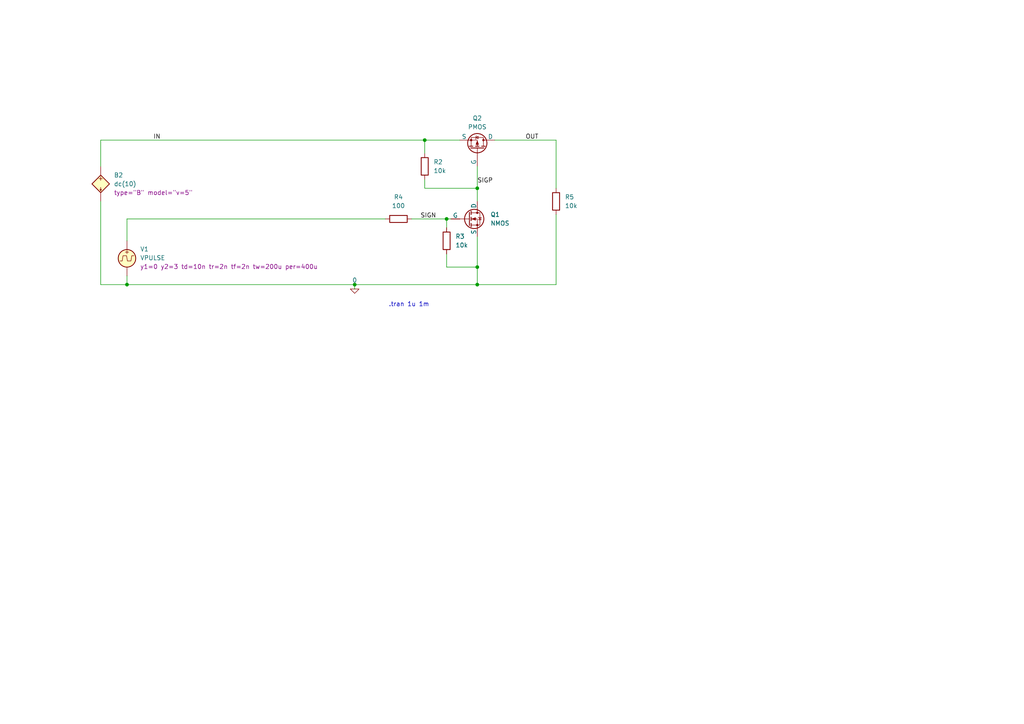
<source format=kicad_sch>
(kicad_sch (version 20231120) (generator "eeschema") (generator_version "8.0")
  (paper "A4")
  (lib_symbols
    (symbol "Device:R" (pin_numbers hide) (pin_names (offset 0))
      (property "Reference" "R" (at 2.032 0 90))
      (property "Value" "R" (at 0 0 90))
      (symbol "R_0_1"
        (rectangle (start -1.016 -2.54) (end 1.016 2.54) (stroke (width 0.254)))
      )
      (symbol "R_1_1"
        (pin passive line (at 0 3.81 270) (length 1.27) (name "~") (number "1"))
        (pin passive line (at 0 -3.81 90) (length 1.27) (name "~") (number "2"))
      )
    )
    (symbol "Simulation_SPICE:0" (power) (pin_numbers hide) (pin_names (offset 0) hide)
      (property "Value" "0" (at 0 -2.54 0))
      (symbol "0_0_1"
        (polyline (pts (xy -1.27 0) (xy 0 -1.27) (xy 1.27 0) (xy -1.27 0)))
      )
      (symbol "0_1_1"
        (pin power_in line (at 0 0 0) (length 0) (name "~") (number "1"))
      )
    )
    (symbol "Simulation_SPICE:BSOURCE" (pin_numbers hide) (pin_names (offset 1.016) hide)
      (property "Reference" "B" (at 2.54 2.54 0))
      (property "Value" "BSOURCE" (at 2.54 0 0))
      (property "Sim.Params" "type=\"B\" model=\"v=1\"" (at 2.54 -2.54 0))
      (symbol "BSOURCE_0_1"
        (polyline (pts (xy 0 -1.016) (xy 0 -2.032)))
        (polyline (pts (xy 0.254 -1.524) (xy 0 -2.032) (xy -0.254 -1.524)))
        (polyline (pts (xy 0 2.54) (xy -2.54 0) (xy 0 -2.54) (xy 2.54 0) (xy 0 2.54)) (stroke (width 0.254)) (fill (type background)))
      )
      (symbol "BSOURCE_1_1"
        (polyline (pts (xy -0.508 1.524) (xy 0.508 1.524)))
        (polyline (pts (xy 0 1.016) (xy 0 2.032)))
        (pin passive line (at 0 5.08 270) (length 2.54) (name "N+") (number "1"))
        (pin passive line (at 0 -5.08 90) (length 2.54) (name "N-") (number "2"))
      )
    )
    (symbol "Simulation_SPICE:NMOS" (pin_numbers hide) (pin_names (offset 0))
      (property "Reference" "Q" (at 5.08 1.27 0))
      (property "Value" "NMOS" (at 5.08 -1.27 0))
      (symbol "NMOS_0_1"
        (polyline (pts (xy 0.254 0) (xy -2.54 0)))
        (polyline (pts (xy 0.254 1.905) (xy 0.254 -1.905)) (stroke (width 0.254)))
        (polyline (pts (xy 0.762 -1.27) (xy 0.762 -2.286)) (stroke (width 0.254)))
        (polyline (pts (xy 0.762 0.508) (xy 0.762 -0.508)) (stroke (width 0.254)))
        (polyline (pts (xy 0.762 2.286) (xy 0.762 1.27)) (stroke (width 0.254)))
        (polyline (pts (xy 2.54 2.54) (xy 2.54 1.778)))
        (polyline (pts (xy 2.54 -2.54) (xy 2.54 0) (xy 0.762 0)))
        (polyline (pts (xy 0.762 -1.778) (xy 3.302 -1.778) (xy 3.302 1.778) (xy 0.762 1.778)))
        (polyline (pts (xy 1.016 0) (xy 2.032 0.381) (xy 2.032 -0.381) (xy 1.016 0)) (fill (type outline)))
        (polyline (pts (xy 2.794 0.508) (xy 2.921 0.381) (xy 3.683 0.381) (xy 3.81 0.254)))
        (polyline (pts (xy 3.302 0.381) (xy 2.921 -0.254) (xy 3.683 -0.254) (xy 3.302 0.381)))
        (circle (center 1.651 0) (radius 2.794) (stroke (width 0.254)))
        (circle (center 2.54 -1.778) (radius 0.254) (fill (type outline)))
        (circle (center 2.54 1.778) (radius 0.254) (fill (type outline)))
      )
      (symbol "NMOS_1_1"
        (pin passive line (at 2.54 5.08 270) (length 2.54) (name "D") (number "1"))
        (pin input line (at -5.08 0 0) (length 2.54) (name "G") (number "2"))
        (pin passive line (at 2.54 -5.08 90) (length 2.54) (name "S") (number "3"))
      )
    )
    (symbol "Simulation_SPICE:PMOS" (pin_numbers hide) (pin_names (offset 0))
      (property "Reference" "Q" (at 5.08 1.27 0))
      (property "Value" "PMOS" (at 5.08 -1.27 0))
      (symbol "PMOS_0_1"
        (polyline (pts (xy 0.254 0) (xy -2.54 0)))
        (polyline (pts (xy 0.254 1.905) (xy 0.254 -1.905)) (stroke (width 0.254)))
        (polyline (pts (xy 0.762 -1.27) (xy 0.762 -2.286)) (stroke (width 0.254)))
        (polyline (pts (xy 0.762 0.508) (xy 0.762 -0.508)) (stroke (width 0.254)))
        (polyline (pts (xy 0.762 2.286) (xy 0.762 1.27)) (stroke (width 0.254)))
        (polyline (pts (xy 2.54 2.54) (xy 2.54 1.778)))
        (polyline (pts (xy 2.54 -2.54) (xy 2.54 0) (xy 0.762 0)))
        (polyline (pts (xy 0.762 1.778) (xy 3.302 1.778) (xy 3.302 -1.778) (xy 0.762 -1.778)))
        (polyline (pts (xy 2.286 0) (xy 1.27 0.381) (xy 1.27 -0.381) (xy 2.286 0)) (fill (type outline)))
        (polyline (pts (xy 2.794 -0.508) (xy 2.921 -0.381) (xy 3.683 -0.381) (xy 3.81 -0.254)))
        (polyline (pts (xy 3.302 -0.381) (xy 2.921 0.254) (xy 3.683 0.254) (xy 3.302 -0.381)))
        (circle (center 1.651 0) (radius 2.794) (stroke (width 0.254)))
        (circle (center 2.54 -1.778) (radius 0.254) (fill (type outline)))
        (circle (center 2.54 1.778) (radius 0.254) (fill (type outline)))
      )
      (symbol "PMOS_1_1"
        (pin passive line (at 2.54 5.08 270) (length 2.54) (name "D") (number "1"))
        (pin input line (at -5.08 0 0) (length 2.54) (name "G") (number "2"))
        (pin passive line (at 2.54 -5.08 90) (length 2.54) (name "S") (number "3"))
      )
    )
    (symbol "Simulation_SPICE:VPULSE" (pin_numbers hide) (pin_names (offset 0.0254))
      (property "Reference" "V" (at 2.54 2.54 0))
      (property "Value" "VPULSE" (at 2.54 0 0))
      (property "Sim.Params" "y1=0 y2=1 td=2n tr=2n tf=2n tw=50n per=100n" (at 2.54 -2.54 0))
      (symbol "VPULSE_0_0"
        (polyline (pts (xy -2.032 -0.762) (xy -1.397 -0.762) (xy -1.143 0.762) (xy -0.127 0.762) (xy 0.127 -0.762) (xy 1.143 -0.762) (xy 1.397 0.762) (xy 2.032 0.762)))
        (text "+" (at 0 1.905 0) (effects (font (size 1.27 1.27))))
      )
      (symbol "VPULSE_0_1"
        (circle (center 0 0) (radius 2.54) (stroke (width 0.254)) (fill (type background)))
      )
      (symbol "VPULSE_1_1"
        (pin passive line (at 0 5.08 270) (length 2.54) (name "~") (number "1"))
        (pin passive line (at 0 -5.08 90) (length 2.54) (name "~") (number "2"))
      )
    )
  )
  (junction (at 36.83 82.55))
  (junction (at 129.54 63.5))
  (junction (at 123.19 40.64))
  (junction (at 102.87 82.55))
  (junction (at 138.43 54.61))
  (junction (at 138.43 82.55))
  (junction (at 138.43 77.47))
  (wire (pts (xy 123.19 40.64) (xy 29.21 40.64)))
  (wire (pts (xy 138.43 77.47) (xy 138.43 82.55)))
  (wire (pts (xy 138.43 48.26) (xy 138.43 54.61)))
  (wire (pts (xy 161.29 40.64) (xy 161.29 54.61)))
  (wire (pts (xy 123.19 54.61) (xy 123.19 52.07)))
  (wire (pts (xy 102.87 82.55) (xy 102.87 83.82)))
  (wire (pts (xy 138.43 54.61) (xy 138.43 58.42)))
  (wire (pts (xy 36.83 82.55) (xy 102.87 82.55)))
  (wire (pts (xy 111.76 63.5) (xy 36.83 63.5)))
  (wire (pts (xy 161.29 62.23) (xy 161.29 82.55)))
  (wire (pts (xy 138.43 68.58) (xy 138.43 77.47)))
  (wire (pts (xy 129.54 63.5) (xy 129.54 66.04)))
  (wire (pts (xy 161.29 40.64) (xy 143.51 40.64)))
  (wire (pts (xy 133.35 40.64) (xy 123.19 40.64)))
  (wire (pts (xy 138.43 54.61) (xy 123.19 54.61)))
  (wire (pts (xy 129.54 73.66) (xy 129.54 77.47)))
  (wire (pts (xy 29.21 58.42) (xy 29.21 82.55)))
  (wire (pts (xy 36.83 63.5) (xy 36.83 69.85)))
  (wire (pts (xy 119.38 63.5) (xy 129.54 63.5)))
  (wire (pts (xy 130.81 63.5) (xy 129.54 63.5)))
  (wire (pts (xy 138.43 82.55) (xy 161.29 82.55)))
  (wire (pts (xy 102.87 82.55) (xy 138.43 82.55)))
  (wire (pts (xy 29.21 82.55) (xy 36.83 82.55)))
  (wire (pts (xy 129.54 77.47) (xy 138.43 77.47)))
  (wire (pts (xy 36.83 80.01) (xy 36.83 82.55)))
  (wire (pts (xy 29.21 40.64) (xy 29.21 48.26)))
  (wire (pts (xy 123.19 40.64) (xy 123.19 44.45)))
  (text ".tran 1u 1m" (at 118.618 88.392 0) (effects (font (size 1.27 1.27))))
  (label "IN" (at 44.45 40.64 0))
  (label "OUT" (at 152.4 40.64 0))
  (label "SIGN" (at 121.92 63.5 0))
  (label "SIGP" (at 138.43 53.34 0))
  (symbol (lib_id "Simulation_SPICE:PMOS") (at 138.43 43.18 270) (mirror x) (unit 1)
    (property "Reference" "Q2" (at 138.43 34.29 90))
    (property "Value" "PMOS" (at 138.43 36.83 90))
    (property "Datasheet" "https://ngspice.sourceforge.io/docs/ngspice-html-manual/manual.xhtml#cha_MOSFETs" (effects (hide yes)))
    (property "Description" "P-MOSFET transistor, drain/source/gate" (effects (hide yes)))
    (property "Sim.Device" "PMOS" (effects (hide yes)))
    (property "Sim.Type" "VDMOS" (effects (hide yes)))
    (property "Sim.Pins" "1=D 2=G 3=S" (effects (hide yes)))
  )
  (symbol (lib_id "Simulation_SPICE:NMOS") (at 135.89 63.5 0) (unit 1)
    (property "Reference" "Q1" (at 142.24 62.2299 0) (effects (justify left)))
    (property "Value" "NMOS" (at 142.24 64.7699 0) (effects (justify left)))
    (property "Datasheet" "https://ngspice.sourceforge.io/docs/ngspice-html-manual/manual.xhtml#cha_MOSFETs" (effects (hide yes)))
    (property "Description" "N-MOSFET transistor, drain/source/gate" (effects (hide yes)))
    (property "Sim.Device" "NMOS" (effects (hide yes)))
    (property "Sim.Type" "VDMOS" (effects (hide yes)))
    (property "Sim.Pins" "1=D 2=G 3=S" (effects (hide yes)))
  )
  (symbol (lib_id "Device:R") (at 161.29 58.42 0) (unit 1)
    (property "Reference" "R5" (at 163.83 57.1499 0) (effects (justify left)))
    (property "Value" "10k" (at 163.83 59.6899 0) (effects (justify left)))
    (property "Description" "Resistor" (effects (hide yes)))
  )
  (symbol (lib_id "Device:R") (at 115.57 63.5 90) (unit 1)
    (property "Reference" "R4" (at 115.57 57.15 90))
    (property "Value" "100" (at 115.57 59.69 90))
    (property "Description" "Resistor" (effects (hide yes)))
  )
  (symbol (lib_id "Device:R") (at 123.19 48.26 0) (unit 1)
    (property "Reference" "R2" (at 125.73 46.9899 0) (effects (justify left)))
    (property "Value" "10k" (at 125.73 49.5299 0) (effects (justify left)))
    (property "Description" "Resistor" (effects (hide yes)))
  )
  (symbol (lib_id "Simulation_SPICE:BSOURCE") (at 29.21 53.34 0) (unit 1)
    (property "Reference" "B2" (at 33.02 50.7999 0) (effects (justify left)))
    (property "Value" "dc(10)" (at 33.02 53.3399 0) (effects (justify left)))
    (property "Datasheet" "https://ngspice.sourceforge.io/docs/ngspice-html-manual/manual.xhtml#sec_Non_linear_Dependent_Sources" (effects (hide yes)))
    (property "Description" "Arbitrary behavioral voltage or current source for simulation only" (effects (hide yes)))
    (property "Sim.Device" "SPICE" (effects (hide yes)))
    (property "Sim.Params" "type=\"B\" model=\"v=5\"" (at 33.02 55.8799 0) (effects (justify left)))
  )
  (symbol (lib_id "Device:R") (at 129.54 69.85 0) (unit 1)
    (property "Reference" "R3" (at 132.08 68.5799 0) (effects (justify left)))
    (property "Value" "10k" (at 132.08 71.1199 0) (effects (justify left)))
    (property "Description" "Resistor" (effects (hide yes)))
  )
  (symbol (lib_id "Simulation_SPICE:0") (at 102.87 83.82 0) (unit 1)
    (property "Reference" "#GND01" (effects (hide yes)))
    (property "Value" "0" (at 102.87 81.28 0))
    (property "Datasheet" "https://ngspice.sourceforge.io/docs/ngspice-html-manual/manual.xhtml#subsec_Circuit_elements__device" (effects (hide yes)))
    (property "Description" "0V reference potential for simulation" (effects (hide yes)))
  )
  (symbol (lib_id "Simulation_SPICE:VPULSE") (at 36.83 74.93 0) (unit 1)
    (property "Reference" "V1" (at 40.64 72.2601 0) (effects (justify left)))
    (property "Value" "VPULSE" (at 40.64 74.8001 0) (effects (justify left)))
    (property "Datasheet" "https://ngspice.sourceforge.io/docs/ngspice-html-manual/manual.xhtml#sec_Independent_Sources_for" (effects (hide yes)))
    (property "Description" "Voltage source, pulse" (effects (hide yes)))
    (property "Sim.Pins" "1=+ 2=-" (effects (hide yes)))
    (property "Sim.Type" "PULSE" (effects (hide yes)))
    (property "Sim.Device" "V" (effects (hide yes)))
    (property "Sim.Params" "y1=0 y2=3 td=10n tr=2n tf=2n tw=200u per=400u" (at 40.64 77.3401 0) (effects (justify left)))
  )
)
</source>
